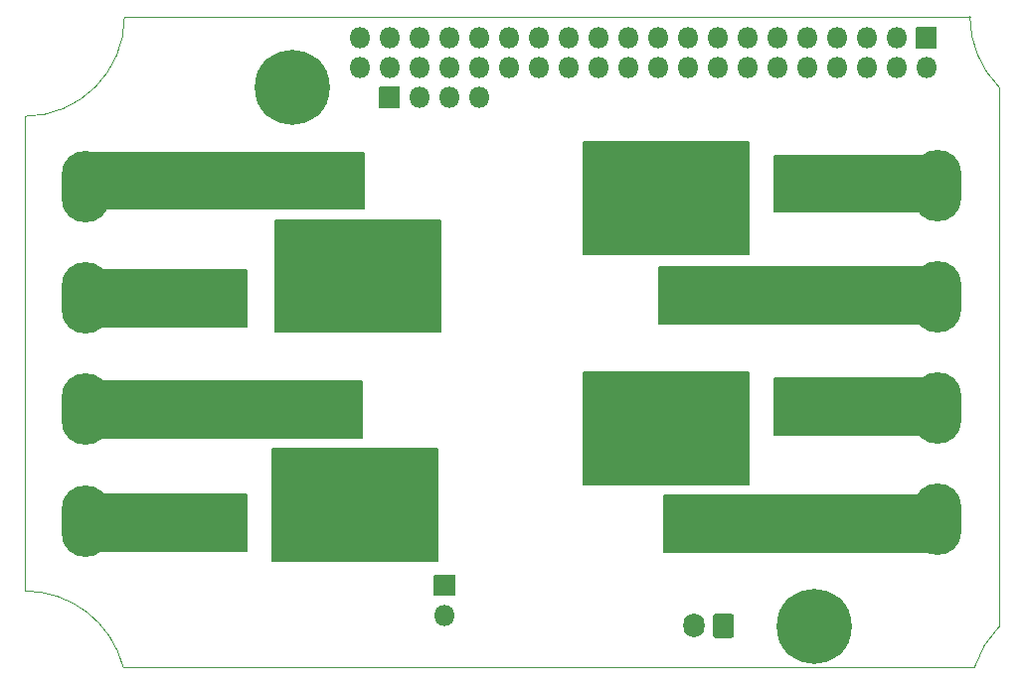
<source format=gbr>
%TF.GenerationSoftware,KiCad,Pcbnew,(5.1.8-0-10_14)*%
%TF.CreationDate,2020-12-03T14:34:03+01:00*%
%TF.ProjectId,SH-ESP32-PowerFET,53482d45-5350-4333-922d-506f77657246,0.1.0*%
%TF.SameCoordinates,Original*%
%TF.FileFunction,Soldermask,Bot*%
%TF.FilePolarity,Negative*%
%FSLAX46Y46*%
G04 Gerber Fmt 4.6, Leading zero omitted, Abs format (unit mm)*
G04 Created by KiCad (PCBNEW (5.1.8-0-10_14)) date 2020-12-03 14:34:03*
%MOMM*%
%LPD*%
G01*
G04 APERTURE LIST*
%TA.AperFunction,Profile*%
%ADD10C,0.050000*%
%TD*%
%ADD11O,1.800000X2.100000*%
%ADD12O,1.800000X1.800000*%
%ADD13O,4.100000X6.100000*%
%ADD14C,6.400000*%
%ADD15C,0.200000*%
%ADD16C,0.100000*%
G04 APERTURE END LIST*
D10*
X89000000Y-105978147D02*
G75*
G02*
X97400000Y-112500000I0J-8670432D01*
G01*
X97400000Y-112500000D02*
X127000000Y-112500000D01*
X89000000Y-103000000D02*
X89000000Y-105978147D01*
X153000000Y-112500000D02*
X169891435Y-112499765D01*
X171989592Y-63010408D02*
X172000000Y-109000000D01*
X153000000Y-112500000D02*
X153000000Y-112500000D01*
X127000000Y-112500000D02*
X153000000Y-112500000D01*
X169891436Y-112499765D02*
G75*
G02*
X172000000Y-109000000I8108564J-2500235D01*
G01*
X171989592Y-63010408D02*
G75*
G02*
X169500000Y-57000000I6010408J6010408D01*
G01*
X97500000Y-57000000D02*
G75*
G02*
X89000000Y-65500000I-8500000J0D01*
G01*
X169500000Y-57000000D02*
X97500000Y-57000000D01*
X89000000Y-65500000D02*
X89000000Y-103000000D01*
D11*
%TO.C,J301*%
X146020000Y-108960000D03*
G36*
G01*
X149420000Y-108174705D02*
X149420000Y-109745295D01*
G75*
G02*
X149155295Y-110010000I-264705J0D01*
G01*
X147884705Y-110010000D01*
G75*
G02*
X147620000Y-109745295I0J264705D01*
G01*
X147620000Y-108174705D01*
G75*
G02*
X147884705Y-107910000I264705J0D01*
G01*
X149155295Y-107910000D01*
G75*
G02*
X149420000Y-108174705I0J-264705D01*
G01*
G37*
%TD*%
D12*
%TO.C,J106*%
X127680000Y-63880000D03*
X125140000Y-63880000D03*
X122600000Y-63880000D03*
G36*
G01*
X120910000Y-64780000D02*
X119210000Y-64780000D01*
G75*
G02*
X119160000Y-64730000I0J50000D01*
G01*
X119160000Y-63030000D01*
G75*
G02*
X119210000Y-62980000I50000J0D01*
G01*
X120910000Y-62980000D01*
G75*
G02*
X120960000Y-63030000I0J-50000D01*
G01*
X120960000Y-64730000D01*
G75*
G02*
X120910000Y-64780000I-50000J0D01*
G01*
G37*
%TD*%
D13*
%TO.C,J102*%
X94200000Y-100000000D03*
X94200000Y-90500000D03*
X94200000Y-81000000D03*
X94200000Y-71500000D03*
%TD*%
%TO.C,J101*%
X166700000Y-71400000D03*
X166700000Y-80900000D03*
X166700000Y-90400000D03*
X166700000Y-99900000D03*
%TD*%
D14*
%TO.C,H202*%
X156250000Y-109000000D03*
%TD*%
%TO.C,H201*%
X111750000Y-63000000D03*
%TD*%
D12*
%TO.C,J105*%
X124750000Y-108040000D03*
G36*
G01*
X123850000Y-106350000D02*
X123850000Y-104650000D01*
G75*
G02*
X123900000Y-104600000I50000J0D01*
G01*
X125600000Y-104600000D01*
G75*
G02*
X125650000Y-104650000I0J-50000D01*
G01*
X125650000Y-106350000D01*
G75*
G02*
X125600000Y-106400000I-50000J0D01*
G01*
X123900000Y-106400000D01*
G75*
G02*
X123850000Y-106350000I0J50000D01*
G01*
G37*
%TD*%
%TO.C,J103*%
X117520000Y-61340000D03*
X117520000Y-58800000D03*
X120060000Y-61340000D03*
X120060000Y-58800000D03*
X122600000Y-61340000D03*
X122600000Y-58800000D03*
X125140000Y-61340000D03*
X125140000Y-58800000D03*
X127680000Y-61340000D03*
X127680000Y-58800000D03*
X130220000Y-61340000D03*
X130220000Y-58800000D03*
X132760000Y-61340000D03*
X132760000Y-58800000D03*
X135300000Y-61340000D03*
X135300000Y-58800000D03*
X137840000Y-61340000D03*
X137840000Y-58800000D03*
X140380000Y-61340000D03*
X140380000Y-58800000D03*
X142920000Y-61340000D03*
X142920000Y-58800000D03*
X145460000Y-61340000D03*
X145460000Y-58800000D03*
X148000000Y-61340000D03*
X148000000Y-58800000D03*
X150540000Y-61340000D03*
X150540000Y-58800000D03*
X153080000Y-61340000D03*
X153080000Y-58800000D03*
X155620000Y-61340000D03*
X155620000Y-58800000D03*
X158160000Y-61340000D03*
X158160000Y-58800000D03*
X160700000Y-61340000D03*
X160700000Y-58800000D03*
X163240000Y-61340000D03*
X163240000Y-58800000D03*
X165780000Y-61340000D03*
G36*
G01*
X164930000Y-57900000D02*
X166630000Y-57900000D01*
G75*
G02*
X166680000Y-57950000I0J-50000D01*
G01*
X166680000Y-59650000D01*
G75*
G02*
X166630000Y-59700000I-50000J0D01*
G01*
X164930000Y-59700000D01*
G75*
G02*
X164880000Y-59650000I0J50000D01*
G01*
X164880000Y-57950000D01*
G75*
G02*
X164930000Y-57900000I50000J0D01*
G01*
G37*
%TD*%
D15*
X117900000Y-73400000D02*
X94350000Y-73400000D01*
X94350000Y-68600000D01*
X117900000Y-68600000D01*
X117900000Y-73400000D01*
D16*
G36*
X117900000Y-73400000D02*
G01*
X94350000Y-73400000D01*
X94350000Y-68600000D01*
X117900000Y-68600000D01*
X117900000Y-73400000D01*
G37*
D15*
X117752271Y-92900000D02*
X94202271Y-92900000D01*
X94202271Y-88100000D01*
X117752271Y-88100000D01*
X117752271Y-92900000D01*
D16*
G36*
X117752271Y-92900000D02*
G01*
X94202271Y-92900000D01*
X94202271Y-88100000D01*
X117752271Y-88100000D01*
X117752271Y-92900000D01*
G37*
D15*
X166988403Y-102650000D02*
X143438403Y-102650000D01*
X143438403Y-97850000D01*
X166988403Y-97850000D01*
X166988403Y-102650000D01*
D16*
G36*
X166988403Y-102650000D02*
G01*
X143438403Y-102650000D01*
X143438403Y-97850000D01*
X166988403Y-97850000D01*
X166988403Y-102650000D01*
G37*
D15*
X166556985Y-83150000D02*
X143006985Y-83150000D01*
X143006985Y-78350000D01*
X166556985Y-78350000D01*
X166556985Y-83150000D01*
D16*
G36*
X166556985Y-83150000D02*
G01*
X143006985Y-83150000D01*
X143006985Y-78350000D01*
X166556985Y-78350000D01*
X166556985Y-83150000D01*
G37*
D15*
X107900000Y-83400000D02*
X94037152Y-83400000D01*
X94037152Y-78600000D01*
X107900000Y-78600000D01*
X107900000Y-83400000D01*
D16*
G36*
X107900000Y-83400000D02*
G01*
X94037152Y-83400000D01*
X94037152Y-78600000D01*
X107900000Y-78600000D01*
X107900000Y-83400000D01*
G37*
D15*
X107900000Y-102547171D02*
X94037152Y-102547171D01*
X94037152Y-97747171D01*
X107900000Y-97747171D01*
X107900000Y-102547171D01*
D16*
G36*
X107900000Y-102547171D02*
G01*
X94037152Y-102547171D01*
X94037152Y-97747171D01*
X107900000Y-97747171D01*
X107900000Y-102547171D01*
G37*
D15*
X166712848Y-92650000D02*
X152850000Y-92650000D01*
X152850000Y-87850000D01*
X166712848Y-87850000D01*
X166712848Y-92650000D01*
D16*
G36*
X166712848Y-92650000D02*
G01*
X152850000Y-92650000D01*
X152850000Y-87850000D01*
X166712848Y-87850000D01*
X166712848Y-92650000D01*
G37*
D15*
X166712848Y-73650000D02*
X152850000Y-73650000D01*
X152850000Y-68850000D01*
X166712848Y-68850000D01*
X166712848Y-73650000D01*
D16*
G36*
X166712848Y-73650000D02*
G01*
X152850000Y-73650000D01*
X152850000Y-68850000D01*
X166712848Y-68850000D01*
X166712848Y-73650000D01*
G37*
D15*
X124150000Y-103400000D02*
X110100000Y-103400000D01*
X110100000Y-93850000D01*
X124150000Y-93850000D01*
X124150000Y-103400000D01*
D16*
G36*
X124150000Y-103400000D02*
G01*
X110100000Y-103400000D01*
X110100000Y-93850000D01*
X124150000Y-93850000D01*
X124150000Y-103400000D01*
G37*
D15*
X124424262Y-83900000D02*
X110374262Y-83900000D01*
X110374262Y-74350000D01*
X124424262Y-74350000D01*
X124424262Y-83900000D01*
D16*
G36*
X124424262Y-83900000D02*
G01*
X110374262Y-83900000D01*
X110374262Y-74350000D01*
X124424262Y-74350000D01*
X124424262Y-83900000D01*
G37*
D15*
X150650000Y-77260889D02*
X136600000Y-77260889D01*
X136600000Y-67710889D01*
X150650000Y-67710889D01*
X150650000Y-77260889D01*
D16*
G36*
X150650000Y-77260889D02*
G01*
X136600000Y-77260889D01*
X136600000Y-67710889D01*
X150650000Y-67710889D01*
X150650000Y-77260889D01*
G37*
D15*
X150650000Y-96854844D02*
X136600000Y-96854844D01*
X136600000Y-87304844D01*
X150650000Y-87304844D01*
X150650000Y-96854844D01*
D16*
G36*
X150650000Y-96854844D02*
G01*
X136600000Y-96854844D01*
X136600000Y-87304844D01*
X150650000Y-87304844D01*
X150650000Y-96854844D01*
G37*
M02*

</source>
